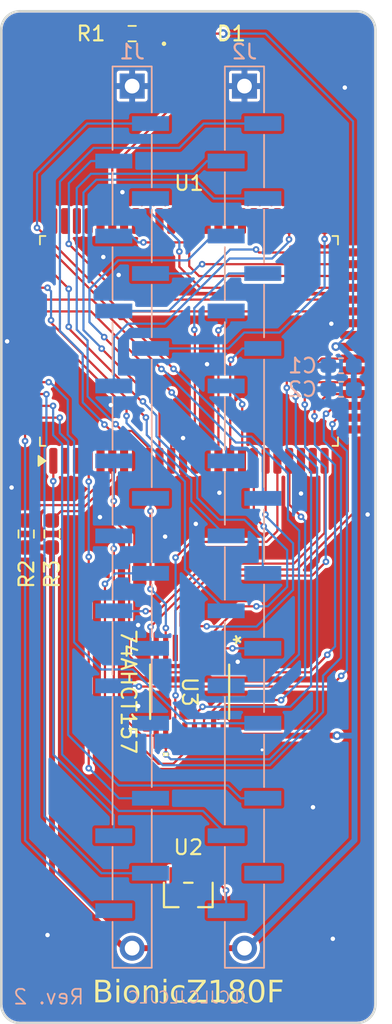
<source format=kicad_pcb>
(kicad_pcb (version 20241229) (generator "pcbnew") (generator_version "9.0")
  (title_block (title "BionicZ180F") (date "2025-12-22") (rev "2") (company "Tadashi G. Takaoka"))
  (layers (0 "F.Cu" mixed) (2 "B.Cu" mixed) (13 "F.Paste" user) (15 "B.Paste" user) (5 "F.SilkS" user "F.Silkscreen") (7 "B.SilkS" user "B.Silkscreen") (1 "F.Mask" user) (3 "B.Mask" user) (25 "Edge.Cuts" user))
  (net 0 "")
  (net 1 "VCC")
  (net 2 "GND")
  (net 3 "Net-(D1-K)")
  (net 4 "A12")
  (net 5 "D6")
  (net 6 "~{WAIT}")
  (net 7 "A13")
  (net 8 "D3")
  (net 9 "P33")
  (net 10 "D0")
  (net 11 "D7")
  (net 12 "~{RESET}")
  (net 13 "D1")
  (net 14 "P31")
  (net 15 "P32")
  (net 16 "~{INT0}")
  (net 17 "D5")
  (net 18 "D2")
  (net 19 "P30")
  (net 20 "A14")
  (net 21 "A15")
  (net 22 "D4")
  (net 23 "~{NMI}")
  (net 24 "Net-(J2-P57)")
  (net 26 "ASEL")
  (net 27 "~{MREQ}")
  (net 28 "PHI")
  (net 29 "~{IORQ}")
  (net 30 "A4")
  (net 31 "EXTAL")
  (net 32 "~{WR}")
  (net 33 "A6")
  (net 34 "~{BUSREQ}")
  (net 35 "A2")
  (net 36 "A5")
  (net 37 "A7")
  (net 38 "~{M1}")
  (net 39 "A1")
  (net 40 "~{RD}")
  (net 41 "A3")
  (net 42 "A0")
  (net 43 "~{BUSACK}")
  (net 44 "Net-(U1-~{INT1})")
  (net 45 "Net-(U1-~{INT2})")
  (net 46 "A10")
  (net 48 "A16")
  (net 49 "A17")
  (net 50 "A11")
  (net 51 "A8")
  (net 52 "A19")
  (net 54 "A18")
  (net 56 "A9")
  (footprint "Resistor_SMD:R_0603_1608Metric_Pad0.98x0.95mm_HandSolder" (layer "F.Cu") (at 104.4544 105.433 90)
    (property "Reference" "R3")
    (property "Value" "10k")
  )
  (footprint "ti:PW16-M" (layer "F.Cu") (at 113.791801 116.1264 -90)
    (property "Reference" "U3")
    (property "Value" "74AHCT157")
  )
  (footprint "rhom:LED_CSL1901UW1_ROM-M" (layer "F.Cu") (at 113.7 71.524)
    (property "Reference" "D1")
    (property "Value" "CSL1901UW1")
  )
  (footprint "bionic:PQFP-80_14x20mm_P0.8mm" (layer "F.Cu") (at 113.744 92.349 90)
    (property "Reference" "U1")
    (property "Value" "Z80180FSC")
  )
  (footprint "Resistor_SMD:R_0603_1608Metric_Pad0.98x0.95mm_HandSolder" (layer "F.Cu") (at 102.7018 105.433 90)
    (property "Reference" "R2")
    (property "Value" "10k")
  )
  (footprint "Resistor_SMD:R_0603_1608Metric_Pad0.98x0.95mm_HandSolder" (layer "F.Cu") (at 109.89 71.524 180)
    (property "Reference" "R1")
    (property "Value" "1.6k")
  )
  (footprint "microchip:SOT-23_MC_MCH-M" (layer "F.Cu") (at 113.7 129.894 180)
    (property "Reference" "U2")
    (property "Value" "11AA010-I/TT")
  )
  (footprint "bionic:Bionic-P245_SMT" (layer "B.Cu") (at 117.5308 104.29 180)
    (property "Reference" "J2")
    (property "Value" "Bionic-P245")
  )
  (footprint "bionic:Bionic-P135_SMT" (layer "B.Cu") (at 109.8692 104.29 180)
    (property "Reference" "J1")
    (property "Value" "Bionic-P135")
  )
  (footprint "Capacitor_SMD:C_0603_1608Metric_Pad1.08x0.95mm_HandSolder" (layer "B.Cu") (at 124.061 94.0284 180)
    (property "Reference" "C1")
    (property "Value" "0.1u")
  )
  (footprint "Capacitor_SMD:C_0603_1608Metric_Pad1.08x0.95mm_HandSolder" (layer "B.Cu") (at 124.0621 95.6286 180)
    (property "Reference" "C2")
    (property "Value" "22u")
  )
  (gr_arc (start 102.27 138.58) (mid 101.371974 138.208026) (end 101 137.31) (stroke (width 0.15)) (layer "Edge.Cuts"))
  (gr_line (start 125.13 70) (end 102.27 70) (stroke (width 0.15)) (layer "Edge.Cuts"))
  (gr_line (start 101 137.31) (end 101 71.27) (stroke (width 0.15)) (layer "Edge.Cuts"))
  (gr_arc (start 101 71.27) (mid 101.371974 70.371974) (end 102.27 70) (stroke (width 0.15)) (layer "Edge.Cuts"))
  (gr_line (start 102.27 138.58) (end 125.13 138.58) (stroke (width 0.15)) (layer "Edge.Cuts"))
  (gr_arc (start 125.13 70) (mid 126.028026 70.371974) (end 126.4 71.27) (stroke (width 0.15)) (layer "Edge.Cuts"))
  (gr_arc (start 126.4 137.31) (mid 126.028026 138.208026) (end 125.13 138.58) (stroke (width 0.15)) (layer "Edge.Cuts"))
  (gr_line (start 126.4 137.31) (end 126.4 71.27) (stroke (width 0.15)) (layer "Edge.Cuts"))
  (gr_text "BionicZ180F" (at 113.7 136.548 0) (layer "F.SilkS") (effects (font (size 1.5 1.5))))
  (gr_text "74AHCT157" (at 109.636 116.1264 270) (layer "F.SilkS") (effects (font (size 1 1))))
  (gr_text "JLCJLCJLCJLC" (at 113.7 137.31 0) (layer "B.SilkS") (effects (font (size 0.8 0.8)) (justify bottom mirror)))
  (gr_text "Rev. 2" (at 106.715 136.802 0) (layer "B.SilkS") (effects (font (size 1 1)) (justify left mirror)))
  (segment (start 114.5763 71.524) (end 116.0622 71.524) (width 0.15) (layer "F.Cu") (net 1))
  (segment (start 112.749999 128.828) (end 112.749999 133.497501) (width 0.4) (layer "F.Cu") (net 1))
  (segment (start 104.4544 106.3455) (end 102.7018 106.3455) (width 0.4) (layer "F.Cu") (net 1))
  (segment (start 124.853 92.733) (end 124.869 92.749) (width 0.4) (layer "F.Cu") (net 1))
  (segment (start 109.89 133.5) (end 109.3566 133.5) (width 0.4) (layer "F.Cu") (net 1))
  (segment (start 109.89 133.5) (end 112.7475 133.5) (width 0.4) (layer "F.Cu") (net 1))
  (segment (start 108.544 80.5408) (end 114.5763 74.5085) (width 0.15) (layer "F.Cu") (net 1))
  (segment (start 112.749999 133.497501) (end 112.7475 133.5) (width 0.4) (layer "F.Cu") (net 1))
  (segment (start 108.544 84.224) (end 108.544 80.5408) (width 0.15) (layer "F.Cu") (net 1))
  (segment (start 123.7076 92.733) (end 124.853 92.733) (width 0.4) (layer "F.Cu") (net 1))
  (segment (start 114.5763 74.5085) (end 114.5763 71.524) (width 0.15) (layer "F.Cu") (net 1))
  (segment (start 104.4544 128.5978) (end 104.4544 106.3455) (width 0.4) (layer "F.Cu") (net 1))
  (segment (start 116.0668 119.0982) (end 123.7838 119.0982) (width 0.4) (layer "F.Cu") (net 1))
  (segment (start 109.3566 133.5) (end 104.4544 128.5978) (width 0.4) (layer "F.Cu") (net 1))
  (segment (start 112.7475 133.5) (end 117.51 133.5) (width 0.4) (layer "F.Cu") (net 1))
  (via (at 116.0622 71.524) (size 0.6) (drill 0.3) (layers "F.Cu" "B.Cu") (net 1))
  (via (at 123.7076 92.733) (size 0.6) (drill 0.3) (layers "F.Cu" "B.Cu") (net 1))
  (via (at 123.7838 119.0982) (size 0.6) (drill 0.3) (layers "F.Cu" "B.Cu") (net 1))
  (segment (start 124.9246 95.6286) (end 124.9246 94.0295) (width 0.4) (layer "B.Cu") (net 1))
  (segment (start 124.876 91.5646) (end 123.7076 92.733) (width 0.15) (layer "B.Cu") (net 1))
  (segment (start 124.876 77.4676) (end 124.876 91.5646) (width 0.15) (layer "B.Cu") (net 1))
  (segment (start 124.9776 119.0982) (end 124.9776 95.6816) (width 0.4) (layer "B.Cu") (net 1))
  (segment (start 124.0378 92.733) (end 123.7076 92.733) (width 0.4) (layer "B.Cu") (net 1))
  (segment (start 118.9324 71.524) (end 124.876 77.4676) (width 0.15) (layer "B.Cu") (net 1))
  (segment (start 124.9235 94.0284) (end 124.9235 93.9489) (width 0.4) (layer "B.Cu") (net 1))
  (segment (start 116.0622 71.524) (end 118.9324 71.524) (width 0.15) (layer "B.Cu") (net 1))
  (segment (start 123.7838 119.0982) (end 124.9776 119.0982) (width 0.4) (layer "B.Cu") (net 1))
  (segment (start 124.9246 94.0295) (end 124.9235 94.0284) (width 0.4) (layer "B.Cu") (net 1))
  (segment (start 124.9776 126.1848) (end 124.9776 119.0982) (width 0.4) (layer "B.Cu") (net 1))
  (segment (start 124.9776 95.6816) (end 124.9246 95.6286) (width 0.4) (layer "B.Cu") (net 1))
  (segment (start 124.9235 93.9489) (end 124.9235 93.6187) (width 0.4) (layer "B.Cu") (net 1))
  (segment (start 117.6624 133.5) (end 124.9776 126.1848) (width 0.4) (layer "B.Cu") (net 1))
  (segment (start 124.9235 93.6187) (end 124.0378 92.733) (width 0.4) (layer "B.Cu") (net 1))
  (segment (start 117.51 133.5) (end 117.6624 133.5) (width 0.4) (layer "B.Cu") (net 1))
  (via (at 115.8082 102.639) (size 0.6) (drill 0.3) (layers "F.Cu" "B.Cu") (net 2))
  (via (at 108.4422 96.6954) (size 0.6) (drill 0.3) (layers "F.Cu" "B.Cu") (net 2))
  (via (at 118.7038 120.0634) (size 0.45) (drill 0.2) (layers "F.Cu" "B.Cu") (net 2))
  (via (at 121.3454 102.6898) (size 0.6) (drill 0.3) (layers "F.Cu" "B.Cu") (net 2))
  (via (at 117.0528 114.0944) (size 0.6) (drill 0.3) (layers "F.Cu" "B.Cu") (net 2))
  (via (at 110.2964 117.0916) (size 0.6) (drill 0.3) (layers "F.Cu" "B.Cu") (net 2))
  (via (at 107.7056 104.29) (size 0.6) (drill 0.3) (layers "F.Cu" "B.Cu") (net 2))
  (via (at 113.3444 98.9306) (size 0.6) (drill 0.3) (layers "F.Cu" "B.Cu") (net 2))
  (via (at 104.1496 132.611) (size 0.6) (drill 0.3) (layers "F.Cu" "B.Cu") (net 2))
  (via (at 110.2964 111.6052) (size 0.6) (drill 0.3) (layers "F.Cu" "B.Cu") (net 2))
  (via (at 124.3172 75.1816) (size 0.6) (drill 0.3) (layers "F.Cu" "B.Cu") (net 2))
  (via (at 123.5044 132.865) (size 0.6) (drill 0.3) (layers "F.Cu" "B.Cu") (net 2))
  (via (at 125.8666 104.1122) (size 0.6) (drill 0.3) (layers "F.Cu" "B.Cu") (net 2))
  (via (at 109.2296 82.2682) (size 0.6) (drill 0.3) (layers "F.Cu" "B.Cu") (net 2))
  (via (at 114.97 93.9268) (size 0.6) (drill 0.3) (layers "F.Cu" "B.Cu") (net 2))
  (via (at 101.4064 92.3774) (size 0.6) (drill 0.3) (layers "F.Cu" "B.Cu") (net 2))
  (via (at 108.9756 87.8816) (size 0.6) (drill 0.3) (layers "F.Cu" "B.Cu") (net 2))
  (via (at 101.7112 102.2834) (size 0.6) (drill 0.3) (layers "F.Cu" "B.Cu") (net 2))
  (via (at 107.9342 86.6624) (size 0.6) (drill 0.3) (layers "F.Cu" "B.Cu") (net 2))
  (via (at 123.4028 91.1836) (size 0.6) (drill 0.3) (layers "F.Cu" "B.Cu") (net 2))
  (via (at 114.208 104.7472) (size 0.6) (drill 0.3) (layers "F.Cu" "B.Cu") (net 2))
  (via (at 122.1582 123.9496) (size 0.6) (drill 0.3) (layers "F.Cu" "B.Cu") (net 2))
  (via (at 112.1252 105.6108) (size 0.6) (drill 0.3) (layers "F.Cu" "B.Cu") (net 2))
  (segment (start 110.8025 71.524) (end 112.8237 71.524) (width 0.15) (layer "F.Cu") (net 3))
  (segment (start 110.8044 110.6646) (end 111.6351 110.6646) (width 0.15) (layer "F.Cu") (net 4))
  (segment (start 120.8628 107.4396) (end 122.944 105.3584) (width 0.15) (layer "F.Cu") (net 4))
  (segment (start 122.944 105.3584) (end 122.944 100.474) (width 0.15) (layer "F.Cu") (net 4))
  (segment (start 114.8601 107.4396) (end 120.8628 107.4396) (width 0.15) (layer "F.Cu") (net 4))
  (segment (start 111.6351 110.6646) (end 114.8601 107.4396) (width 0.15) (layer "F.Cu") (net 4))
  (via (at 110.8044 110.6646) (size 0.45) (drill 0.2) (layers "F.Cu" "B.Cu") (net 4))
  (segment (start 110.2202 110.6654) (end 108.6708 110.6654) (width 0.15) (layer "B.Cu") (net 4))
  (segment (start 110.221 110.6646) (end 110.2202 110.6654) (width 0.15) (layer "B.Cu") (net 4))
  (segment (start 108.6708 110.6654) (end 108.6454 110.64) (width 0.15) (layer "B.Cu") (net 4))
  (segment (start 110.8044 110.6646) (end 110.221 110.6646) (width 0.15) (layer "B.Cu") (net 4))
  (segment (start 122.944 85.4416) (end 122.9456 85.4432) (width 0.15) (layer "F.Cu") (net 5))
  (segment (start 122.944 84.224) (end 122.944 85.4416) (width 0.15) (layer "F.Cu") (net 5))
  (via (at 122.9456 85.4432) (size 0.45) (drill 0.2) (layers "F.Cu" "B.Cu") (net 5))
  (segment (start 117.4973 91.7805) (end 116.4178 92.86) (width 0.15) (layer "B.Cu") (net 5))
  (segment (start 122.9456 85.4432) (end 122.9456 88.7198) (width 0.15) (layer "B.Cu") (net 5))
  (segment (start 116.4178 92.86) (end 111.1346 92.86) (width 0.15) (layer "B.Cu") (net 5))
  (segment (start 122.9456 88.7198) (end 119.8849 91.7805) (width 0.15) (layer "B.Cu") (net 5))
  (segment (start 119.8849 91.7805) (end 117.4973 91.7805) (width 0.15) (layer "B.Cu") (net 5))
  (segment (start 103.9112 95.949) (end 102.619 95.949) (width 0.15) (layer "F.Cu") (net 6))
  (segment (start 103.921 95.9588) (end 103.9112 95.949) (width 0.15) (layer "F.Cu") (net 6))
  (segment (start 104.0734 95.9588) (end 103.921 95.9588) (width 0.15) (layer "F.Cu") (net 6))
  (via (at 104.0734 95.9588) (size 0.45) (drill 0.2) (layers "F.Cu" "B.Cu") (net 6))
  (segment (start 107.8072 128.42) (end 111.1346 128.42) (width 0.15) (layer "B.Cu") (net 6))
  (segment (start 103.9464 101.595457) (end 103.9392 101.602657) (width 0.15) (layer "B.Cu") (net 6))
  (segment (start 103.9392 101.602657) (end 103.9392 124.552) (width 0.15) (layer "B.Cu") (net 6))
  (segment (start 103.9392 124.552) (end 107.8072 128.42) (width 0.15) (layer "B.Cu") (net 6))
  (segment (start 104.0734 99.4894) (end 103.9464 99.6164) (width 0.15) (layer "B.Cu") (net 6))
  (segment (start 103.9464 99.6164) (end 103.9464 101.595457) (width 0.15) (layer "B.Cu") (net 6))
  (segment (start 104.0734 95.9588) (end 104.0734 99.4894) (width 0.15) (layer "B.Cu") (net 6))
  (segment (start 111.1346 111.7322) (end 115.0262 107.8406) (width 0.15) (layer "F.Cu") (net 7))
  (segment (start 121.0714 107.8406) (end 124.869 104.043) (width 0.15) (layer "F.Cu") (net 7))
  (segment (start 115.0262 107.8406) (end 121.0714 107.8406) (width 0.15) (layer "F.Cu") (net 7))
  (segment (start 124.869 104.043) (end 124.869 98.349) (width 0.15) (layer "F.Cu") (net 7))
  (via (at 111.1346 111.7322) (size 0.45) (drill 0.2) (layers "F.Cu" "B.Cu") (net 7))
  (segment (start 111.1346 111.7322) (end 111.1346 113.18) (width 0.15) (layer "B.Cu") (net 7))
  (segment (start 113.7635 85.9893) (end 113.7635 87.2847) (width 0.15) (layer "F.Cu") (net 8))
  (segment (start 115.8248 87.9578) (end 115.8336 87.949) (width 0.15) (layer "F.Cu") (net 8))
  (segment (start 113.446 85.6718) (end 113.7635 85.9893) (width 0.15) (layer "F.Cu") (net 8))
  (segment (start 110.655298 85.6718) (end 113.446 85.6718) (width 0.15) (layer "F.Cu") (net 8))
  (segment (start 115.8336 87.949) (end 124.869 87.949) (width 0.15) (layer "F.Cu") (net 8))
  (segment (start 113.7635 87.2847) (end 114.4366 87.9578) (width 0.15) (layer "F.Cu") (net 8))
  (segment (start 114.4366 87.9578) (end 115.8248 87.9578) (width 0.15) (layer "F.Cu") (net 8))
  (via (at 110.655298 85.6718) (size 0.45) (drill 0.2) (layers "F.Cu" "B.Cu") (net 8))
  (segment (start 110.655298 85.6718) (end 110.2964 85.6718) (width 0.15) (layer "B.Cu") (net 8))
  (segment (start 110.2964 85.6718) (end 109.8646 85.24) (width 0.15) (layer "B.Cu") (net 8))
  (segment (start 109.8646 85.24) (end 108.6454 85.24) (width 0.15) (layer "B.Cu") (net 8))
  (segment (start 111.668 121.0032) (end 108.0454 117.3806) (width 0.15) (layer "F.Cu") (net 9))
  (segment (start 113.4668 119.0982) (end 113.4668 120.2204) (width 0.15) (layer "F.Cu") (net 9))
  (segment (start 108.0454 117.3806) (end 108.0454 108.8112) (width 0.15) (layer "F.Cu") (net 9))
  (segment (start 113.4668 120.2204) (end 112.684 121.0032) (width 0.15) (layer "F.Cu") (net 9))
  (segment (start 112.684 121.0032) (end 111.668 121.0032) (width 0.15) (layer "F.Cu") (net 9))
  (via (at 108.0454 108.8112) (size 0.45) (drill 0.2) (layers "F.Cu" "B.Cu") (net 9))
  (segment (start 108.7566 108.1) (end 111.1346 108.1) (width 0.15) (layer "B.Cu") (net 9))
  (segment (start 108.0454 108.8112) (end 108.7566 108.1) (width 0.15) (layer "B.Cu") (net 9))
  (segment (start 109.1316 90.349) (end 124.869 90.349) (width 0.15) (layer "F.Cu") (net 10))
  (segment (start 103.4638 84.6812) (end 109.1316 90.349) (width 0.15) (layer "F.Cu") (net 10))
  (segment (start 103.4384 84.6812) (end 103.4638 84.6812) (width 0.15) (layer "F.Cu") (net 10))
  (via (at 103.4384 84.6812) (size 0.45) (drill 0.2) (layers "F.Cu" "B.Cu") (net 10))
  (segment (start 103.4384 84.6812) (end 103.4384 81.0236) (width 0.15) (layer "B.Cu") (net 10))
  (segment (start 103.4384 81.0236) (end 106.842 77.62) (width 0.15) (layer "B.Cu") (net 10))
  (segment (start 106.842 77.62) (end 111.1346 77.62) (width 0.15) (layer "B.Cu") (net 10))
  (segment (start 120.544 84.224) (end 120.544 85.4572) (width 0.15) (layer "F.Cu") (net 11))
  (segment (start 120.544 85.4572) (end 120.5326 85.4686) (width 0.15) (layer "F.Cu") (net 11))
  (via (at 120.5326 85.4686) (size 0.45) (drill 0.2) (layers "F.Cu" "B.Cu") (net 11))
  (segment (start 119.3896 86.764) (end 116.5023 86.764) (width 0.15) (layer "B.Cu") (net 11))
  (segment (start 112.0827 91.1836) (end 109.5979 91.1836) (width 0.15) (layer "B.Cu") (net 11))
  (segment (start 120.5326 85.621) (end 119.3896 86.764) (width 0.15) (layer "B.Cu") (net 11))
  (segment (start 120.5326 85.4686) (end 120.5326 85.621) (width 0.15) (layer "B.Cu") (net 11))
  (segment (start 109.5979 91.1836) (end 108.6454 92.1361) (width 0.15) (layer "B.Cu") (net 11))
  (segment (start 108.6454 92.1361) (end 108.6454 95.4) (width 0.15) (layer "B.Cu") (net 11))
  (segment (start 116.5023 86.764) (end 112.0827 91.1836) (width 0.15) (layer "B.Cu") (net 11))
  (segment (start 102.6256 98.3556) (end 102.619 98.349) (width 0.15) (layer "F.Cu") (net 12))
  (segment (start 102.6256 99.1338) (end 102.6256 98.3556) (width 0.15) (layer "F.Cu") (net 12))
  (via (at 102.6256 99.1338) (size 0.45) (drill 0.2) (layers "F.Cu" "B.Cu") (net 12))
  (segment (start 108.5946 131.0108) (end 108.6454 130.96) (width 0.15) (layer "B.Cu") (net 12))
  (segment (start 102.6256 126.2102) (end 107.4262 131.0108) (width 0.15) (layer "B.Cu") (net 12))
  (segment (start 102.6256 99.1338) (end 102.6256 126.2102) (width 0.15) (layer "B.Cu") (net 12))
  (segment (start 107.4262 131.0108) (end 108.5946 131.0108) (width 0.15) (layer "B.Cu") (net 12))
  (segment (start 109.3626 89.549) (end 124.869 89.549) (width 0.15) (layer "F.Cu") (net 13))
  (segment (start 105.587 85.7734) (end 109.3626 89.549) (width 0.15) (layer "F.Cu") (net 13))
  (via (at 105.587 85.7734) (size 0.45) (drill 0.2) (layers "F.Cu" "B.Cu") (net 13))
  (segment (start 105.5974 85.763) (end 105.5974 81.6586) (width 0.15) (layer "B.Cu") (net 13))
  (segment (start 107.096 80.16) (end 108.6454 80.16) (width 0.15) (layer "B.Cu") (net 13))
  (segment (start 105.5974 81.6586) (end 107.096 80.16) (width 0.15) (layer "B.Cu") (net 13))
  (segment (start 105.587 85.7734) (end 105.5974 85.763) (width 0.15) (layer "B.Cu") (net 13))
  (segment (start 111.1346 109.1668) (end 111.1346 103.8582) (width 0.15) (layer "F.Cu") (net 14))
  (segment (start 111.1346 103.8582) (end 111.1346 103.8836) (width 0.15) (layer "F.Cu") (net 14))
  (segment (start 112.166803 113.1546) (end 112.166803 111.817597) (width 0.15) (layer "F.Cu") (net 14))
  (segment (start 112.166803 111.817597) (end 112.176 111.8084) (width 0.15) (layer "F.Cu") (net 14))
  (via (at 111.1346 109.1668) (size 0.45) (drill 0.2) (layers "F.Cu" "B.Cu") (net 14))
  (via (at 112.176 111.8084) (size 0.45) (drill 0.2) (layers "F.Cu" "B.Cu") (net 14))
  (via (at 111.1346 103.8836) (size 0.45) (drill 0.2) (layers "F.Cu" "B.Cu") (net 14))
  (segment (start 111.1346 109.1668) (end 111.16 109.1668) (width 0.15) (layer "B.Cu") (net 14))
  (segment (start 111.1346 103.8836) (end 111.1346 103.02) (width 0.15) (layer "B.Cu") (net 14))
  (segment (start 111.16 109.1668) (end 112.176 110.1828) (width 0.15) (layer "B.Cu") (net 14))
  (segment (start 112.176 110.1828) (end 112.176 111.8084) (width 0.15) (layer "B.Cu") (net 14))
  (segment (start 111.516802 119.0982) (end 110.5504 119.0982) (width 0.15) (layer "F.Cu") (net 15))
  (segment (start 110.5504 119.0982) (end 108.6454 117.1932) (width 0.15) (layer "F.Cu") (net 15))
  (segment (start 108.6454 117.1932) (end 108.6454 106.4236) (width 0.15) (layer "F.Cu") (net 15))
  (via (at 108.6454 106.4236) (size 0.45) (drill 0.2) (layers "F.Cu" "B.Cu") (net 15))
  (segment (start 108.6454 106.4236) (end 108.6454 105.56) (width 0.15) (layer "B.Cu") (net 15))
  (segment (start 106.944 106.9824) (end 106.944 121.308) (width 0.15) (layer "F.Cu") (net 16))
  (segment (start 106.944 101.877) (end 106.944 100.474) (width 0.15) (layer "F.Cu") (net 16))
  (via (at 106.944 121.308) (size 0.45) (drill 0.2) (layers "F.Cu" "B.Cu") (net 16))
  (via (at 106.944 106.9824) (size 0.45) (drill 0.2) (layers "F.Cu" "B.Cu") (net 16))
  (via (at 106.944 101.877) (size 0.45) (drill 0.2) (layers "F.Cu" "B.Cu") (net 16))
  (segment (start 109.001 123.34) (end 111.1346 123.34) (width 0.15) (layer "B.Cu") (net 16))
  (segment (start 106.944 101.877) (end 106.944 106.9824) (width 0.15) (layer "B.Cu") (net 16))
  (segment (start 106.944 121.308) (end 106.969 121.308) (width 0.15) (layer "B.Cu") (net 16))
  (segment (start 106.969 121.308) (end 109.001 123.34) (width 0.15) (layer "B.Cu") (net 16))
  (segment (start 123.6146 86.349) (end 124.869 86.349) (width 0.15) (layer "F.Cu") (net 17))
  (segment (start 118.2974 86.1544) (end 118.5006 86.3576) (width 0.15) (layer "F.Cu") (net 17))
  (segment (start 118.5006 86.3576) (end 123.606 86.3576) (width 0.15) (layer "F.Cu") (net 17))
  (segment (start 123.606 86.3576) (end 123.6146 86.349) (width 0.15) (layer "F.Cu") (net 17))
  (via (at 118.2974 86.1544) (size 0.45) (drill 0.2) (layers "F.Cu" "B.Cu") (net 17))
  (segment (start 118.2974 86.1544) (end 116.5448 86.1544) (width 0.15) (layer "B.Cu") (net 17))
  (segment (start 116.5448 86.1544) (end 112.3792 90.32) (width 0.15) (layer "B.Cu") (net 17))
  (segment (start 112.3792 90.32) (end 108.6454 90.32) (width 0.15) (layer "B.Cu") (net 17))
  (segment (start 113.093135 87.325535) (end 114.5166 88.749) (width 0.15) (layer "F.Cu") (net 18))
  (segment (start 113.093135 86.291) (end 113.093135 87.325535) (width 0.15) (layer "F.Cu") (net 18))
  (segment (start 114.5166 88.749) (end 124.869 88.749) (width 0.15) (layer "F.Cu") (net 18))
  (via (at 113.093135 86.291) (size 0.45) (drill 0.2) (layers "F.Cu" "B.Cu") (net 18))
  (segment (start 111.1346 83.6398) (end 111.1346 82.7) (width 0.15) (layer "B.Cu") (net 18))
  (segment (start 113.093135 85.598335) (end 111.1346 83.6398) (width 0.15) (layer "B.Cu") (net 18))
  (segment (start 113.093135 86.291) (end 113.093135 85.598335) (width 0.15) (layer "B.Cu") (net 18))
  (segment (start 108.6454 104.4932) (end 109.6868 105.5346) (width 0.15) (layer "F.Cu") (net 19))
  (segment (start 110.8044 114.8056) (end 113.573 114.8056) (width 0.15) (layer "F.Cu") (net 19))
  (segment (start 109.6868 113.688) (end 110.8044 114.8056) (width 0.15) (layer "F.Cu") (net 19))
  (segment (start 109.6868 105.5346) (end 109.6868 113.688) (width 0.15) (layer "F.Cu") (net 19))
  (segment (start 114.116802 114.261798) (end 114.116802 113.1546) (width 0.15) (layer "F.Cu") (net 19))
  (segment (start 113.573 114.8056) (end 114.116802 114.261798) (width 0.15) (layer "F.Cu") (net 19))
  (segment (start 108.6454 103.1978) (end 108.6454 104.4932) (width 0.15) (layer "F.Cu") (net 19))
  (via (at 108.6454 103.1978) (size 0.45) (drill 0.2) (layers "F.Cu" "B.Cu") (net 19))
  (segment (start 108.6454 103.1978) (end 108.6454 100.48) (width 0.15) (layer "B.Cu") (net 19))
  (segment (start 124.0759 115.0469) (end 123.352 115.7708) (width 0.15) (layer "F.Cu") (net 20))
  (segment (start 123.479 97.9908) (end 123.479 97.9146) (width 0.15) (layer "F.Cu") (net 20))
  (segment (start 123.479 97.9146) (end 123.8446 97.549) (width 0.15) (layer "F.Cu") (net 20))
  (segment (start 123.352 115.7708) (end 110.3472 115.7708) (width 0.15) (layer "F.Cu") (net 20))
  (segment (start 123.8446 97.549) (end 124.869 97.549) (width 0.15) (layer "F.Cu") (net 20))
  (via (at 123.479 97.9908) (size 0.45) (drill 0.2) (layers "F.Cu" "B.Cu") (net 20))
  (via (at 124.0759 115.0469) (size 0.45) (drill 0.2) (layers "F.Cu" "B.Cu") (net 20))
  (via (at 110.3472 115.7708) (size 0.45) (drill 0.2) (layers "F.Cu" "B.Cu") (net 20))
  (segment (start 124.4588 114.664) (end 124.0759 115.0469) (width 0.15) (layer "B.Cu") (net 20))
  (segment (start 123.4536 98.8036) (end 124.4588 99.8088) (width 0.15) (layer "B.Cu") (net 20))
  (segment (start 110.3472 115.7708) (end 110.2964 115.72) (width 0.15) (layer "B.Cu") (net 20))
  (segment (start 123.4536 98.0162) (end 123.4536 98.8036) (width 0.15) (layer "B.Cu") (net 20))
  (segment (start 123.479 97.9908) (end 123.4536 98.0162) (width 0.15) (layer "B.Cu") (net 20))
  (segment (start 110.2964 115.72) (end 108.6454 115.72) (width 0.15) (layer "B.Cu") (net 20))
  (segment (start 124.4588 99.8088) (end 124.4588 114.664) (width 0.15) (layer "B.Cu") (net 20))
  (segment (start 123.0472 97.2796) (end 123.098 97.2796) (width 0.15) (layer "F.Cu") (net 21))
  (segment (start 123.6286 96.749) (end 124.869 96.749) (width 0.15) (layer "F.Cu") (net 21))
  (segment (start 123.098 97.2796) (end 123.6286 96.749) (width 0.15) (layer "F.Cu") (net 21))
  (via (at 123.0472 97.2796) (size 0.45) (drill 0.2) (layers "F.Cu" "B.Cu") (net 21))
  (segment (start 111.1346 120.2666) (end 111.1346 118.26) (width 0.15) (layer "B.Cu") (net 21))
  (segment (start 123.0472 97.2796) (end 122.8948 97.432) (width 0.15) (layer "B.Cu") (net 21))
  (segment (start 124.0578 113.8204) (end 122.8386 115.0396) (width 0.15) (layer "B.Cu") (net 21))
  (segment (start 111.9728 121.1048) (end 111.1346 120.2666) (width 0.15) (layer "B.Cu") (net 21))
  (segment (start 122.8386 115.0396) (end 122.8386 117.5034) (width 0.15) (layer "B.Cu") (net 21))
  (segment (start 119.2372 121.1048) (end 111.9728 121.1048) (width 0.15) (layer "B.Cu") (net 21))
  (segment (start 122.8948 97.432) (end 122.8948 99.1252) (width 0.15) (layer "B.Cu") (net 21))
  (segment (start 122.8948 99.1252) (end 124.0578 100.2882) (width 0.15) (layer "B.Cu") (net 21))
  (segment (start 122.8386 117.5034) (end 119.2372 121.1048) (width 0.15) (layer "B.Cu") (net 21))
  (segment (start 124.0578 100.2882) (end 124.0578 113.8204) (width 0.15) (layer "B.Cu") (net 21))
  (segment (start 114.638415 87.149) (end 124.869 87.149) (width 0.15) (layer "F.Cu") (net 22))
  (via (at 114.638415 87.149) (size 0.45) (drill 0.2) (layers "F.Cu" "B.Cu") (net 22))
  (segment (start 114.496785 87.149) (end 114.492785 87.145) (width 0.15) (layer "B.Cu") (net 22))
  (segment (start 114.492785 87.145) (end 114.492785 87.190415) (width 0.15) (layer "B.Cu") (net 22))
  (segment (start 114.638415 87.149) (end 114.496785 87.149) (width 0.15) (layer "B.Cu") (net 22))
  (segment (start 114.492785 87.190415) (end 113.9032 87.78) (width 0.15) (layer "B.Cu") (net 22))
  (segment (start 113.9032 87.78) (end 111.1346 87.78) (width 0.15) (layer "B.Cu") (net 22))
  (segment (start 104.544 101.8478) (end 104.544 100.474) (width 0.15) (layer "F.Cu") (net 23))
  (segment (start 104.5402 101.8516) (end 104.544 101.8478) (width 0.15) (layer "F.Cu") (net 23))
  (via (at 104.5402 101.8516) (size 0.45) (drill 0.2) (layers "F.Cu" "B.Cu") (net 23))
  (segment (start 108.6454 124.483) (end 104.5402 120.3778) (width 0.15) (layer "B.Cu") (net 23))
  (segment (start 104.5402 120.3778) (end 104.5402 101.8516) (width 0.15) (layer "B.Cu") (net 23))
  (segment (start 108.6454 125.88) (end 108.6454 124.483) (width 0.15) (layer "B.Cu") (net 23))
  (segment (start 114.650001 128.828) (end 115.505 128.828) (width 0.15) (layer "F.Cu") (net 24))
  (segment (start 115.505 128.828) (end 116.2654 129.5884) (width 0.15) (layer "F.Cu") (net 24))
  (via (at 116.2654 129.5884) (size 0.45) (drill 0.2) (layers "F.Cu" "B.Cu") (net 24))
  (segment (start 116.2654 129.5884) (end 116.2654 130.96) (width 0.15) (layer "B.Cu") (net 24))
  (segment (start 116.0922 113.18) (end 116.0668 113.1546) (width 0.15) (layer "F.Cu") (net 26))
  (segment (start 116.6972 113.18) (end 116.0922 113.18) (width 0.15) (layer "F.Cu") (net 26))
  (via (at 116.6972 113.18) (size 0.45) (drill 0.2) (layers "F.Cu" "B.Cu") (net 26))
  (segment (start 118.7546 113.18) (end 116.6972 113.18) (width 0.15) (layer "B.Cu") (net 26))
  (segment (start 105.587 88.8214) (end 105.587 88.811) (width 0.15) (layer "F.Cu") (net 27))
  (segment (start 105.699 91.6154) (end 105.699 91.4988) (width 0.15) (layer "F.Cu") (net 27))
  (segment (start 105.699 91.4988) (end 105.587 91.3868) (width 0.15) (layer "F.Cu") (net 27))
  (segment (start 110.621435 96.446565) (end 110.530165 96.446565) (width 0.15) (layer "F.Cu") (net 27))
  (segment (start 103.925 87.149) (end 102.619 87.149) (width 0.15) (layer "F.Cu") (net 27))
  (segment (start 110.530165 96.446565) (end 105.699 91.6154) (width 0.15) (layer "F.Cu") (net 27))
  (segment (start 105.587 88.811) (end 103.925 87.149) (width 0.15) (layer "F.Cu") (net 27))
  (via (at 105.587 88.8214) (size 0.45) (drill 0.2) (layers "F.Cu" "B.Cu") (net 27))
  (via (at 105.587 91.3868) (size 0.45) (drill 0.2) (layers "F.Cu" "B.Cu") (net 27))
  (via (at 110.621435 96.446565) (size 0.45) (drill 0.2) (layers "F.Cu" "B.Cu") (net 27))
  (segment (start 111.425635 97.289822) (end 111.425635 97.291235) (width 0.15) (layer "B.Cu") (net 27))
  (segment (start 115.7828 104.4678) (end 117.51 104.4678) (width 0.15) (layer "B.Cu") (net 27))
  (segment (start 117.8012 104.759) (end 117.8214 104.759) (width 0.15) (layer "B.Cu") (net 27))
  (segment (start 110.6012 96.4668) (end 111.072165 96.937765) (width 0.15) (layer "B.Cu") (net 27))
  (segment (start 117.51 104.4678) (end 117.8012 104.759) (width 0.15) (layer "B.Cu") (net 27))
  (segment (start 117.8214 104.7792) (end 118.7546 105.7124) (width 0.15) (layer "B.Cu") (net 27))
  (segment (start 111.425635 97.291235) (end 111.541 97.4066) (width 0.15) (layer "B.Cu") (net 27))
  (segment (start 105.587 88.8214) (end 105.587 91.3868) (width 0.15) (layer "B.Cu") (net 27))
  (segment (start 111.072165 96.937765) (end 111.073578 96.937765) (width 0.15) (layer "B.Cu") (net 27))
  (segment (start 114.3042 102.9892) (end 115.7828 104.4678) (width 0.15) (layer "B.Cu") (net 27))
  (segment (start 111.541 97.4066) (end 111.541 98.8124) (width 0.15) (layer "B.Cu") (net 27))
  (segment (start 111.541 98.8124) (end 114.3042 101.5756) (width 0.15) (layer "B.Cu") (net 27))
  (segment (start 111.073578 96.937765) (end 111.425635 97.289822) (width 0.15) (layer "B.Cu") (net 27))
  (segment (start 118.7546 105.7124) (end 118.7546 108.1) (width 0.15) (layer "B.Cu") (net 27))
  (segment (start 114.3042 101.5756) (end 114.3042 102.9892) (width 0.15) (layer "B.Cu") (net 27))
  (segment (start 110.621435 96.446565) (end 110.6012 96.4668) (width 0.15) (layer "B.Cu") (net 27))
  (segment (start 117.8214 104.759) (end 117.8214 104.7792) (width 0.15) (layer "B.Cu") (net 27))
  (segment (start 103.737857 91.149) (end 109.509 96.920143) (width 0.15) (layer "F.Cu") (net 28))
  (segment (start 109.509 96.920143) (end 109.509 97.432) (width 0.15) (layer "F.Cu") (net 28))
  (segment (start 102.619 91.149) (end 103.737857 91.149) (width 0.15) (layer "F.Cu") (net 28))
  (via (at 109.509 97.432) (size 0.45) (drill 0.2) (layers "F.Cu" "B.Cu") (net 28))
  (segment (start 113.4714 107.846) (end 116.2654 110.64) (width 0.15) (layer "B.Cu") (net 28))
  (segment (start 109.509 97.9146) (end 113.4714 101.877) (width 0.15) (layer "B.Cu") (net 28))
  (segment (start 109.509 97.432) (end 109.509 97.9146) (width 0.15) (layer "B.Cu") (net 28))
  (segment (start 113.4714 101.877) (end 113.4714 107.846) (width 0.15) (layer "B.Cu") (net 28))
  (segment (start 112.6967 94.2443) (end 109.32265 90.87025) (width 0.15) (layer "F.Cu") (net 29))
  (segment (start 109.32265 90.87025) (end 109.06035 90.87025) (width 0.15) (layer "F.Cu") (net 29))
  (segment (start 109.06035 90.87025) (end 104.5391 86.349) (width 0.15) (layer "F.Cu") (net 29))
  (segment (start 104.5391 86.349) (end 102.619 86.349) (width 0.15) (layer "F.Cu") (net 29))
  (via (at 112.6967 94.2443) (size 0.45) (drill 0.2) (layers "F.Cu" "B.Cu") (net 29))
  (segment (start 117.9726 98.8344) (end 120.4564 101.3182) (width 0.15) (layer "B.Cu") (net 29))
  (segment (start 121.2076 105.8965) (end 121.2076 113.5972) (width 0.15) (layer "B.Cu") (net 29))
  (segment (start 119.0848 115.72) (end 116.2654 115.72) (width 0.15) (layer "B.Cu") (net 29))
  (segment (start 120.4564 104.4424) (end 121.2238 105.2098) (width 0.15) (layer "B.Cu") (net 29))
  (segment (start 121.2238 105.8803) (end 121.2076 105.8965) (width 0.15) (layer "B.Cu") (net 29))
  (segment (start 121.2076 113.5972) (end 119.0848 115.72) (width 0.15) (layer "B.Cu") (net 29))
  (segment (start 112.7221 94.2443) (end 117.3122 98.8344) (width 0.15) (layer "B.Cu") (net 29))
  (segment (start 117.3122 98.8344) (end 117.9726 98.8344) (width 0.15) (layer "B.Cu") (net 29))
  (segment (start 121.2238 105.2098) (end 121.2238 105.8803) (width 0.15) (layer "B.Cu") (net 29))
  (segment (start 120.4564 101.3182) (end 120.4564 104.4424) (width 0.15) (layer "B.Cu") (net 29))
  (segment (start 112.6967 94.2443) (end 112.7221 94.2443) (width 0.15) (layer "B.Cu") (net 29))
  (segment (start 114.1064 91.59) (end 114.144 91.6276) (width 0.15) (layer "F.Cu") (net 30))
  (segment (start 114.144 91.6276) (end 114.144 100.474) (width 0.15) (layer "F.Cu") (net 30))
  (via (at 114.1064 91.59) (size 0.45) (drill 0.2) (layers "F.Cu" "B.Cu") (net 30))
  (segment (start 116.4484 87.78) (end 118.7546 87.78) (width 0.15) (layer "B.Cu") (net 30))
  (segment (start 114.1064 91.59) (end 114.1064 90.122) (width 0.15) (layer "B.Cu") (net 30))
  (segment (start 114.1064 90.122) (end 116.4484 87.78) (width 0.15) (layer "B.Cu") (net 30))
  (segment (start 102.622 95.146) (end 102.619 95.149) (width 0.15) (layer "F.Cu") (net 31))
  (segment (start 104.2258 95.146) (end 102.622 95.146) (width 0.15) (layer "F.Cu") (net 31))
  (via (at 104.2258 95.146) (size 0.45) (drill 0.2) (layers "F.Cu" "B.Cu") (net 31))
  (segment (start 113.573 118.26) (end 118.7546 118.26) (width 0.15) (layer "B.Cu") (net 31))
  (segment (start 105.953 99.139922) (end 105.953 112.7736) (width 0.15) (layer "B.Cu") (net 31))
  (segment (start 104.2258 95.146) (end 104.3274 95.146) (width 0.15) (layer "B.Cu") (net 31))
  (segment (start 105.953 112.7736) (end 107.7945 114.6151) (width 0.15) (layer "B.Cu") (net 31))
  (segment (start 105.5212 98.708122) (end 105.953 99.139922) (width 0.15) (layer "B.Cu") (net 31))
  (segment (start 109.9281 114.6151) (end 113.573 118.26) (width 0.15) (layer "B.Cu") (net 31))
  (segment (start 107.7945 114.6151) (end 109.9281 114.6151) (width 0.15) (layer "B.Cu") (net 31))
  (segment (start 104.3274 95.146) (end 105.5212 96.3398) (width 0.15) (layer "B.Cu") (net 31))
  (segment (start 105.5212 96.3398) (end 105.5212 98.708122) (width 0.15) (layer "B.Cu") (net 31))
  (segment (start 111.8756 94.2526) (end 107.172 89.549) (width 0.15) (layer "F.Cu") (net 32))
  (segment (start 107.172 89.549) (end 102.619 89.549) (width 0.15) (layer "F.Cu") (net 32))
  (via (at 111.8756 94.2526) (size 0.45) (drill 0.2) (layers "F.Cu" "B.Cu") (net 32))
  (segment (start 118.7546 100.1835) (end 118.7546 103.02) (width 0.15) (layer "B.Cu") (net 32))
  (segment (start 111.8756 94.2526) (end 111.937835 94.2526) (width 0.15) (layer "B.Cu") (net 32))
  (segment (start 116.920635 99.2354) (end 117.8065 99.2354) (width 0.15) (layer "B.Cu") (net 32))
  (segment (start 111.937835 94.2526) (end 116.920635 99.2354) (width 0.15) (layer "B.Cu") (net 32))
  (segment (start 117.8065 99.2354) (end 118.7546 100.1835) (width 0.15) (layer "B.Cu") (net 32))
  (segment (start 116.544 93.6736) (end 116.544 100.474) (width 0.15) (layer "F.Cu") (net 33))
  (segment (start 116.5956 93.622) (end 116.544 93.6736) (width 0.15) (layer "F.Cu") (net 33))
  (via (at 116.5956 93.622) (size 0.45) (drill 0.2) (layers "F.Cu" "B.Cu") (net 33))
  (segment (start 118.7546 92.86) (end 117.3576 92.86) (width 0.15) (layer "B.Cu") (net 33))
  (segment (start 117.3576 92.86) (end 116.5956 93.622) (width 0.15) (layer "B.Cu") (net 33))
  (segment (start 104.9806 97.549) (end 102.619 97.549) (width 0.15) (layer "F.Cu") (net 34))
  (via (at 104.9806 97.549) (size 0.45) (drill 0.2) (layers "F.Cu" "B.Cu") (net 34))
  (segment (start 108.9756 122.4764) (end 116.3924 122.4764) (width 0.15) (layer "B.Cu") (net 34))
  (segment (start 117.256 123.34) (end 118.7546 123.34) (width 0.15) (layer "B.Cu") (net 34))
  (segment (start 116.3924 122.4764) (end 117.256 123.34) (width 0.15) (layer "B.Cu") (net 34))
  (segment (start 105.5466 99.1592) (end 105.5466 119.0474) (width 0.15) (layer "B.Cu") (net 34))
  (segment (start 104.9806 98.5932) (end 105.5466 99.1592) (width 0.15) (layer "B.Cu") (net 34))
  (segment (start 105.5466 119.0474) (end 108.9756 122.4764) (width 0.15) (layer "B.Cu") (net 34))
  (segment (start 104.9806 97.549) (end 104.9806 98.5932) (width 0.15) (layer "B.Cu") (net 34))
  (segment (start 111.222435 96.272408) (end 111.744 96.793973) (width 0.15) (layer "F.Cu") (net 35))
  (segment (start 110.795592 95.845565) (end 110.870378 95.845565) (width 0.15) (layer "F.Cu") (net 35))
  (segment (start 107.822137 92.87211) (end 110.795592 95.845565) (width 0.15) (layer "F.Cu") (net 35))
  (segment (start 111.744 96.793973) (end 111.744 100.474) (width 0.15) (layer "F.Cu") (net 35))
  (segment (start 111.222435 96.197622) (end 111.222435 96.272408) (width 0.15) (layer "F.Cu") (net 35))
  (segment (start 110.870378 95.845565) (end 111.222435 96.197622) (width 0.15) (layer "F.Cu") (net 35))
  (via (at 107.822137 92.87211) (size 0.45) (drill 0.2) (layers "F.Cu" "B.Cu") (net 35))
  (segment (start 106.588 91.616416) (end 106.588 82.2936) (width 0.15) (layer "B.Cu") (net 35))
  (segment (start 107.822137 92.850553) (end 106.588 91.616416) (width 0.15) (layer "B.Cu") (net 35))
  (segment (start 115.4272 82.7) (end 118.7546 82.7) (width 0.15) (layer "B.Cu") (net 35))
  (segment (start 114.1518 81.4246) (end 115.4272 82.7) (width 0.15) (layer "B.Cu") (net 35))
  (segment (start 106.588 82.2936) (end 107.457 81.4246) (width 0.15) (layer "B.Cu") (net 35))
  (segment (start 107.457 81.4246) (end 114.1518 81.4246) (width 0.15) (layer "B.Cu") (net 35))
  (segment (start 107.822137 92.87211) (end 107.822137 92.850553) (width 0.15) (layer "B.Cu") (net 35))
  (segment (start 115.744 91.6288) (end 115.744 100.474) (width 0.15) (layer "F.Cu") (net 36))
  (via (at 115.744 91.6288) (size 0.45) (drill 0.2) (layers "F.Cu" "B.Cu") (net 36))
  (segment (start 116.2654 91.1074) (end 116.2654 90.32) (width 0.15) (layer "B.Cu") (net 36))
  (segment (start 115.744 91.6288) (end 116.2654 91.1074) (width 0.15) (layer "B.Cu") (net 36))
  (segment (start 117.3576 96.6446) (end 117.3576 100.4604) (width 0.15) (layer "F.Cu") (net 37))
  (segment (start 117.3576 100.4604) (end 117.344 100.474) (width 0.15) (layer "F.Cu") (net 37))
  (via (at 117.3576 96.6446) (size 0.45) (drill 0.2) (layers "F.Cu" "B.Cu") (net 37))
  (segment (start 117.3576 96.4922) (end 116.2654 95.4) (width 0.15) (layer "B.Cu") (net 37))
  (segment (start 117.3576 96.6446) (end 117.3576 96.4922) (width 0.15) (layer "B.Cu") (net 37))
  (segment (start 110.824635 97.538765) (end 110.809565 97.538765) (width 0.15) (layer "F.Cu") (net 38))
  (segment (start 110.809565 97.538765) (end 104.3878 91.117) (width 0.15) (layer "F.Cu") (net 38))
  (segment (start 104.1496 88.7452) (end 102.6228 88.7452) (width 0.15) (layer "F.Cu") (net 38))
  (segment (start 104.3878 91.117) (end 104.3878 90.949) (width 0.15) (layer "F.Cu") (net 38))
  (segment (start 102.6228 88.7452) (end 102.619 88.749) (width 0.15) (layer "F.Cu") (net 38))
  (via (at 104.3878 90.949) (size 0.45) (drill 0.2) (layers "F.Cu" "B.Cu") (net 38))
  (via (at 110.824635 97.538765) (size 0.45) (drill 0.2) (layers "F.Cu" "B.Cu") (net 38))
  (via (at 104.1496 88.7452) (size 0.45) (drill 0.2) (layers "F.Cu" "B.Cu") (net 38))
  (segment (start 110.8806 97.6352) (end 110.8806 98.7191) (width 0.15) (layer "B.Cu") (net 38))
  (segment (start 110.824635 97.538765) (end 110.824635 97.579235) (width 0.15) (layer "B.Cu") (net 38))
  (segment (start 116.24 105.56) (end 116.2654 105.56) (width 0.15) (layer "B.Cu") (net 38))
  (segment (start 104.1496 88.7452) (end 104.3878 88.9834) (width 0.15) (layer "B.Cu") (net 38))
  (segment (start 110.8806 98.7191) (end 113.9032 101.7417) (width 0.15) (layer "B.Cu") (net 38))
  (segment (start 104.3878 88.9834) (end 104.3878 90.949) (width 0.15) (layer "B.Cu") (net 38))
  (segment (start 113.9032 103.2232) (end 116.24 105.56) (width 0.15) (layer "B.Cu") (net 38))
  (segment (start 113.9032 101.7417) (end 113.9032 103.2232) (width 0.15) (layer "B.Cu") (net 38))
  (segment (start 110.824635 97.579235) (end 110.8806 97.6352) (width 0.15) (layer "B.Cu") (net 38))
  (segment (start 109.235 98.4534) (end 109.87 98.4534) (width 0.15) (layer "F.Cu") (net 39))
  (segment (start 109.87 98.4534) (end 110.944 99.5274) (width 0.15) (layer "F.Cu") (net 39))
  (segment (start 110.944 99.5274) (end 110.944 100.474) (width 0.15) (layer "F.Cu") (net 39))
  (segment (start 108.7724 97.9908) (end 109.235 98.4534) (width 0.15) (layer "F.Cu") (net 39))
  (via (at 108.7724 97.9908) (size 0.45) (drill 0.2) (layers "F.Cu" "B.Cu") (net 39))
  (segment (start 114.97 80.16) (end 116.2654 80.16) (width 0.15) (layer "B.Cu") (net 39))
  (segment (start 106.1308 81.9888) (end 107.096 81.0236) (width 0.15) (layer "B.Cu") (net 39))
  (segment (start 106.8674 92.321494) (end 106.1308 91.584894) (width 0.15) (layer "B.Cu") (net 39))
  (segment (start 106.1308 91.584894) (end 106.1308 81.9888) (width 0.15) (layer "B.Cu") (net 39))
  (segment (start 108.747 97.9908) (end 106.8674 96.1112) (width 0.15) (layer "B.Cu") (net 39))
  (segment (start 107.096 81.0236) (end 114.1064 81.0236) (width 0.15) (layer "B.Cu") (net 39))
  (segment (start 108.7724 97.9908) (end 108.747 97.9908) (width 0.15) (layer "B.Cu") (net 39))
  (segment (start 114.1064 81.0236) (end 114.97 80.16) (width 0.15) (layer "B.Cu") (net 39))
  (segment (start 106.8674 96.1112) (end 106.8674 92.321494) (width 0.15) (layer "B.Cu") (net 39))
  (segment (start 112.572919 95.841281) (end 112.572919 95.822319) (width 0.15) (layer "F.Cu") (net 40))
  (segment (start 107.0996 90.349) (end 102.619 90.349) (width 0.15) (layer "F.Cu") (net 40))
  (segment (start 112.572919 95.822319) (end 107.0996 90.349) (width 0.15) (layer "F.Cu") (net 40))
  (via (at 112.572919 95.841281) (size 0.45) (drill 0.2) (layers "F.Cu" "B.Cu") (net 40))
  (segment (start 112.557 95.8572) (end 116.2654 99.5656) (width 0.15) (layer "B.Cu") (net 40))
  (segment (start 116.2654 99.5656) (end 116.2654 100.48) (width 0.15) (layer "B.Cu") (net 40))
  (segment (start 112.572919 95.841281) (end 112.557 95.8572) (width 0.15) (layer "B.Cu") (net 40))
  (segment (start 112.544 96.657) (end 112.544 100.474) (width 0.15) (layer "F.Cu") (net 41))
  (segment (start 111.971919 96.090224) (end 112.323976 96.442281) (width 0.15) (layer "F.Cu") (net 41))
  (segment (start 108.183035 92.296035) (end 111.971919 96.084919) (width 0.15) (layer "F.Cu") (net 41))
  (segment (start 108.183035 92.280965) (end 108.183035 92.296035) (width 0.15) (layer "F.Cu") (net 41))
  (segment (start 112.323976 96.442281) (end 112.329281 96.442281) (width 0.15) (layer "F.Cu") (net 41))
  (segment (start 111.971919 96.084919) (end 111.971919 96.090224) (width 0.15) (layer "F.Cu") (net 41))
  (segment (start 112.329281 96.442281) (end 112.544 96.657) (width 0.15) (layer "F.Cu") (net 41))
  (segment (start 107.992535 92.090465) (end 108.183035 92.280965) (width 0.15) (layer "F.Cu") (net 41))
  (via (at 107.992535 92.090465) (size 0.45) (drill 0.2) (layers "F.Cu" "B.Cu") (net 41))
  (segment (start 106.9944 91.082) (end 106.9944 88.8468) (width 0.15) (layer "B.Cu") (net 41))
  (segment (start 106.9944 88.8468) (end 108.9502 86.891) (width 0.15) (layer "B.Cu") (net 41))
  (segment (start 107.992535 92.090465) (end 107.992535 92.080135) (width 0.15) (layer "B.Cu") (net 41))
  (segment (start 107.992535 92.080135) (end 106.9944 91.082) (width 0.15) (layer "B.Cu") (net 41))
  (segment (start 113.6492 86.891) (end 115.3002 85.24) (width 0.15) (layer "B.Cu") (net 41))
  (segment (start 115.3002 85.24) (end 116.2654 85.24) (width 0.15) (layer "B.Cu") (net 41))
  (segment (start 108.9502 86.891) (end 113.6492 86.891) (width 0.15) (layer "B.Cu") (net 41))
  (segment (start 108.0104 98.0162) (end 108.8486 98.8544) (width 0.15) (layer "F.Cu") (net 42))
  (segment (start 110.144 99.5402) (end 110.144 100.474) (width 0.15) (layer "F.Cu") (net 42))
  (segment (start 109.4582 98.8544) (end 110.144 99.5402) (width 0.15) (layer "F.Cu") (net 42))
  (segment (start 108.8486 98.8544) (end 109.4582 98.8544) (width 0.15) (layer "F.Cu") (net 42))
  (via (at 108.0104 98.0162) (size 0.45) (drill 0.2) (layers "F.Cu" "B.Cu") (net 42))
  (segment (start 113.0904 79.271) (end 114.7414 77.62) (width 0.15) (layer "B.Cu") (net 42))
  (segment (start 114.7414 77.62) (end 118.7546 77.62) (width 0.15) (layer "B.Cu") (net 42))
  (segment (start 106.5372 96.5176) (end 106.5372 93.2156) (width 0.15) (layer "B.Cu") (net 42))
  (segment (start 104.9888 90.700057) (end 104.986 90.697257) (width 0.15) (layer "B.Cu") (net 42))
  (segment (start 106.5372 93.2156) (end 104.986 91.6644) (width 0.15) (layer "B.Cu") (net 42))
  (segment (start 108.0104 98.0162) (end 108.0104 97.9908) (width 0.15) (layer "B.Cu") (net 42))
  (segment (start 104.9878 88.570657) (end 104.9878 86.232016) (width 0.15) (layer "B.Cu") (net 42))
  (segment (start 104.986 86.230216) (end 104.986 85.73233) (width 0.15) (layer "B.Cu") (net 42))
  (segment (start 104.9878 81.557) (end 107.2738 79.271) (width 0.15) (layer "B.Cu") (net 42))
  (segment (start 104.986 88.572457) (end 104.9878 88.570657) (width 0.15) (layer "B.Cu") (net 42))
  (segment (start 104.986 90.697257) (end 104.986 88.572457) (width 0.15) (layer "B.Cu") (net 42))
  (segment (start 107.2738 79.271) (end 113.0904 79.271) (width 0.15) (layer "B.Cu") (net 42))
  (segment (start 104.9878 85.73053) (end 104.9878 81.557) (width 0.15) (layer "B.Cu") (net 42))
  (segment (start 104.986 91.200743) (end 104.9888 91.197943) (width 0.15) (layer "B.Cu") (net 42))
  (segment (start 104.986 85.73233) (end 104.9878 85.73053) (width 0.15) (layer "B.Cu") (net 42))
  (segment (start 104.986 91.6644) (end 104.986 91.200743) (width 0.15) (layer "B.Cu") (net 42))
  (segment (start 108.0104 97.9908) (end 106.5372 96.5176) (width 0.15) (layer "B.Cu") (net 42))
  (segment (start 104.9878 86.232016) (end 104.986 86.230216) (width 0.15) (layer "B.Cu") (net 42))
  (segment (start 104.9888 91.197943) (end 104.9888 90.700057) (width 0.15) (layer "B.Cu") (net 42))
  (segment (start 104.5234 96.749) (end 102.619 96.749) (width 0.15) (layer "F.Cu") (net 43))
  (via (at 104.5234 96.749) (size 0.45) (drill 0.2) (layers "F.Cu" "B.Cu") (net 43))
  (segment (start 104.5306 98.7274) (end 105.1402 99.337) (width 0.15) (layer "B.Cu") (net 43))
  (segment (start 105.1402 120.3682) (end 108.9756 124.2036) (width 0.15) (layer "B.Cu") (net 43))
  (segment (start 104.5306 96.7562) (end 104.5306 98.7274) (width 0.15) (layer "B.Cu") (net 43))
  (segment (start 114.6906 124.2036) (end 116.2654 125.7784) (width 0.15) (layer "B.Cu") (net 43))
  (segment (start 108.9756 124.2036) (end 114.6906 124.2036) (width 0.15) (layer "B.Cu") (net 43))
  (segment (start 116.2654 125.7784) (end 116.2654 125.88) (width 0.15) (layer "B.Cu") (net 43))
  (segment (start 105.1402 99.337) (end 105.1402 120.3682) (width 0.15) (layer "B.Cu") (net 43))
  (segment (start 104.5234 96.749) (end 104.5306 96.7562) (width 0.15) (layer "B.Cu") (net 43))
  (segment (start 102.7018 104.4678) (end 102.7018 104.5205) (width 0.15) (layer "F.Cu") (net 44))
  (segment (start 107.744 100.474) (end 107.744 101.926943) (width 0.15) (layer "F.Cu") (net 44))
  (segment (start 103.6924 103.4772) (end 102.7018 104.4678) (width 0.15) (layer "F.Cu") (net 44))
  (segment (start 106.193743 103.4772) (end 103.6924 103.4772) (width 0.15) (layer "F.Cu") (net 44))
  (segment (start 107.744 101.926943) (end 106.193743 103.4772) (width 0.15) (layer "F.Cu") (net 44))
  (segment (start 106.354443 103.8836) (end 105.064 103.8836) (width 0.15) (layer "F.Cu") (net 45))
  (segment (start 108.544 100.474) (end 108.544 101.694043) (width 0.15) (layer "F.Cu") (net 45))
  (segment (start 105.064 103.8836) (end 104.4544 104.4932) (width 0.15) (layer "F.Cu") (net 45))
  (segment (start 104.4544 104.4932) (end 104.4544 104.5205) (width 0.15) (layer "F.Cu") (net 45))
  (segment (start 108.544 101.694043) (end 106.354443 103.8836) (width 0.15) (layer "F.Cu") (net 45))
  (segment (start 112.816802 116.462402) (end 112.816802 119.0982) (width 0.15) (layer "F.Cu") (net 46))
  (segment (start 113.9032 105.9664) (end 119.0086 105.9664) (width 0.15) (layer "F.Cu") (net 46))
  (segment (start 112.8364 107.0332) (end 113.9032 105.9664) (width 0.15) (layer "F.Cu") (net 46))
  (segment (start 112.8364 116.442804) (end 112.816802 116.462402) (width 0.15) (layer "F.Cu") (net 46))
  (segment (start 112.8364 116.3708) (end 112.8364 116.442804) (width 0.15) (layer "F.Cu") (net 46))
  (segment (start 119.0086 105.9664) (end 119.744 105.231) (width 0.15) (layer "F.Cu") (net 46))
  (segment (start 119.744 105.231) (end 119.744 100.474) (width 0.15) (layer "F.Cu") (net 46))
  (via (at 112.8364 116.3708) (size 0.45) (drill 0.2) (layers "F.Cu" "B.Cu") (net 46))
  (via (at 112.8364 107.0332) (size 0.45) (drill 0.2) (layers "F.Cu" "B.Cu") (net 46))
  (segment (start 112.8364 107.0332) (end 112.8364 116.3708) (width 0.15) (layer "B.Cu") (net 46))
  (segment (start 122.8852 113.8658) (end 122.8852 113.8754) (width 0.15) (layer "F.Cu") (net 48))
  (segment (start 123.1313 113.6197) (end 122.8852 113.8658) (width 0.15) (layer "F.Cu") (net 48))
  (segment (start 122.2598 96.8478) (end 123.1586 95.949) (width 0.15) (layer "F.Cu") (net 48))
  (segment (start 123.1586 95.949) (end 124.869 95.949) (width 0.15) (layer "F.Cu") (net 48))
  (segment (start 115.3764 114.8056) (end 114.7668 114.196) (width 0.15) (layer "F.Cu") (net 48))
  (segment (start 121.955 114.8056) (end 115.3764 114.8056) (width 0.15) (layer "F.Cu") (net 48))
  (segment (start 114.7668 114.196) (end 114.7668 113.1546) (width 0.15) (layer "F.Cu") (net 48))
  (segment (start 122.2598 97.4574) (end 122.2598 96.8478) (width 0.15) (layer "F.Cu") (net 48))
  (segment (start 122.8852 113.8754) (end 121.955 114.8056) (width 0.15) (layer "F.Cu") (net 48))
  (via (at 123.1313 113.6197) (size 0.45) (drill 0.2) (layers "F.Cu" "B.Cu") (net 48))
  (via (at 122.2598 97.4574) (size 0.45) (drill 0.2) (layers "F.Cu" "B.Cu") (net 48))
  (segment (start 122.2598 97.4574) (end 122.2852 97.4828) (width 0.15) (layer "B.Cu") (net 48))
  (segment (start 122.2852 99.3878) (end 123.6568 100.7594) (width 0.15) (layer "B.Cu") (net 48))
  (segment (start 123.6568 113.053) (end 123.1313 113.5785) (width 0.15) (layer "B.Cu") (net 48))
  (segment (start 123.6568 100.7594) (end 123.6568 113.053) (width 0.15) (layer "B.Cu") (net 48))
  (segment (start 122.2852 97.4828) (end 122.2852 99.3878) (width 0.15) (layer "B.Cu") (net 48))
  (segment (start 123.1313 113.5785) (end 123.1313 113.6197) (width 0.15) (layer "B.Cu") (net 48))
  (segment (start 112.816802 110.617098) (end 112.816802 113.1546) (width 0.15) (layer "F.Cu") (net 49))
  (segment (start 122.0978 108.2524) (end 115.1815 108.2524) (width 0.15) (layer "F.Cu") (net 49))
  (segment (start 122.209 95.146) (end 122.6602 95.146) (width 0.15) (layer "F.Cu") (net 49))
  (segment (start 121.5994 96.6604) (end 121.5994 95.7556) (width 0.15) (layer "F.Cu") (net 49))
  (segment (start 115.1815 108.2524) (end 112.816802 110.617098) (width 0.15) (layer "F.Cu") (net 49))
  (segment (start 122.6632 95.149) (end 124.869 95.149) (width 0.15) (layer "F.Cu") (net 49))
  (segment (start 123.0376 107.3126) (end 122.0978 108.2524) (width 0.15) (layer "F.Cu") (net 49))
  (segment (start 121.5994 95.7556) (end 122.209 95.146) (width 0.15) (layer "F.Cu") (net 49))
  (segment (start 122.6602 95.146) (end 122.6632 95.149) (width 0.15) (layer "F.Cu") (net 49))
  (via (at 123.0376 107.3126) (size 0.45) (drill 0.2) (layers "F.Cu" "B.Cu") (net 49))
  (via (at 121.5994 96.6604) (size 0.45) (drill 0.2) (layers "F.Cu" "B.Cu") (net 49))
  (segment (start 121.5994 96.6604) (end 121.6248 96.6858) (width 0.15) (layer "B.Cu") (net 49))
  (segment (start 121.6248 96.6858) (end 121.6248 99.5402) (width 0.15) (layer "B.Cu") (net 49))
  (segment (start 123.0218 107.2968) (end 123.0376 107.3126) (width 0.15) (layer "B.Cu") (net 49))
  (segment (start 121.6248 99.5402) (end 123.0218 100.9372) (width 0.15) (layer "B.Cu") (net 49))
  (segment (start 123.0218 100.9372) (end 123.0218 107.2968) (width 0.15) (layer "B.Cu") (net 49))
  (segment (start 120.558 103.4518) (end 120.558 100.488) (width 0.15) (layer "F.Cu") (net 50))
  (segment (start 120.558 100.488) (end 120.544 100.474) (width 0.15) (layer "F.Cu") (net 50))
  (segment (start 116.0876 116.6852) (end 114.7668 118.006) (width 0.15) (layer "F.Cu") (net 50))
  (segment (start 119.9992 116.6924) (end 119.992 116.6852) (width 0.15) (layer "F.Cu") (net 50))
  (segment (start 121.3454 104.2392) (end 120.558 103.4518) (width 0.15) (layer "F.Cu") (net 50))
  (segment (start 114.7668 118.006) (end 114.7668 119.0982) (width 0.15) (layer "F.Cu") (net 50))
  (segment (start 121.3454 104.2646) (end 121.3454 104.2392) (width 0.15) (layer "F.Cu") (net 50))
  (segment (start 119.992 116.6852) (end 116.0876 116.6852) (width 0.15) (layer "F.Cu") (net 50))
  (via (at 121.3454 104.2646) (size 0.45) (drill 0.2) (layers "F.Cu" "B.Cu") (net 50))
  (via (at 119.9992 116.6924) (size 0.45) (drill 0.2) (layers "F.Cu" "B.Cu") (net 50))
  (segment (start 119.9992 116.6924) (end 121.6248 115.0668) (width 0.15) (layer "B.Cu") (net 50))
  (segment (start 121.6248 104.544) (end 121.3454 104.2646) (width 0.15) (layer "B.Cu") (net 50))
  (segment (start 121.6248 115.0668) (end 121.6248 104.544) (width 0.15) (layer "B.Cu") (net 50))
  (segment (start 115.416802 113.1546) (end 115.416802 112.0656) (width 0.15) (layer "F.Cu") (net 51))
  (segment (start 117.147202 110.3352) (end 118.3228 110.3352) (width 0.15) (layer "F.Cu") (net 51))
  (segment (start 118.812935 104.917465) (end 118.812935 104.907135) (width 0.15) (layer "F.Cu") (net 51))
  (segment (start 118.812935 104.907135) (end 118.144 104.2382) (width 0.15) (layer "F.Cu") (net 51))
  (segment (start 115.416802 112.0656) (end 117.147202 110.3352) (width 0.15) (layer "F.Cu") (net 51))
  (segment (start 118.144 104.2382) (end 118.144 100.474) (width 0.15) (layer "F.Cu") (net 51))
  (via (at 118.3228 110.3352) (size 0.45) (drill 0.2) (layers "F.Cu" "B.Cu") (net 51))
  (via (at 118.812935 104.917465) (size 0.45) (drill 0.2) (layers "F.Cu" "B.Cu") (net 51))
  (segment (start 118.812935 104.917465) (end 118.812935 104.932535) (width 0.15) (layer "B.Cu") (net 51))
  (segment (start 118.812935 104.932535) (end 120.4056 106.5252) (width 0.15) (layer "B.Cu") (net 51))
  (segment (start 120.4056 106.5252) (end 120.4056 109.0144) (width 0.15) (layer "B.Cu") (net 51))
  (segment (start 120.4056 109.0144) (end 119.0848 110.3352) (width 0.15) (layer "B.Cu") (net 51))
  (segment (start 119.0848 110.3352) (end 118.3228 110.3352) (width 0.15) (layer "B.Cu") (net 51))
  (segment (start 120.3802 94.7904) (end 123.2216 91.949) (width 0.15) (layer "F.Cu") (net 52))
  (segment (start 123.2216 91.949) (end 124.869 91.949) (width 0.15) (layer "F.Cu") (net 52))
  (segment (start 120.3802 95.527) (end 120.3802 94.7904) (width 0.15) (layer "F.Cu") (net 52))
  (segment (start 114.6652 117.1424) (end 114.6652 117.149935) (width 0.15) (layer "F.Cu") (net 52))
  (segment (start 114.1064 117.708735) (end 114.1064 119.087801) (width 0.15) (layer "F.Cu") (net 52))
  (segment (start 114.1064 119.087801) (end 114.116799 119.0982) (width 0.15) (layer "F.Cu") (net 52))
  (segment (start 114.6652 117.149935) (end 114.1064 117.708735) (width 0.15) (layer "F.Cu") (net 52))
  (via (at 114.6652 117.1424) (size 0.45) (drill 0.2) (layers "F.Cu" "B.Cu") (net 52))
  (via (at 120.3802 95.527) (size 0.45) (drill 0.2) (layers "F.Cu" "B.Cu") (net 52))
  (segment (start 120.3802 99.591) (end 120.3802 95.527) (width 0.15) (layer "B.Cu") (net 52))
  (segment (start 122.0312 115.72) (end 122.0312 101.242) (width 0.15) (layer "B.Cu") (net 52))
  (segment (start 120.6088 117.1424) (end 122.0312 115.72) (width 0.15) (layer "B.Cu") (net 52))
  (segment (start 114.6652 117.1424) (end 120.6088 117.1424) (width 0.15) (layer "B.Cu") (net 52))
  (segment (start 122.0312 101.242) (end 120.3802 99.591) (width 0.15) (layer "B.Cu") (net 52))
  (segment (start 123.2472 93.549) (end 124.869 93.549) (width 0.15) (layer "F.Cu") (net 54))
  (segment (start 120.9802 95.308) (end 122.7424 93.5458) (width 0.15) (layer "F.Cu") (net 54))
  (segment (start 112.176 120.3682) (end 112.176 119.1074) (width 0.15) (layer "F.Cu") (net 54))
  (segment (start 112.176 119.1074) (end 112.1668 119.0982) (width 0.15) (layer "F.Cu") (net 54))
  (segment (start 120.9802 96.1366) (end 120.9802 95.308) (width 0.15) (layer "F.Cu") (net 54))
  (segment (start 122.7424 93.5458) (end 123.244 93.5458) (width 0.15) (layer "F.Cu") (net 54))
  (segment (start 123.244 93.5458) (end 123.2472 93.549) (width 0.15) (layer "F.Cu") (net 54))
  (via (at 120.9802 96.1366) (size 0.45) (drill 0.2) (layers "F.Cu" "B.Cu") (net 54))
  (via (at 112.176 120.3682) (size 0.45) (drill 0.2) (layers "F.Cu" "B.Cu") (net 54))
  (segment (start 112.5062 120.6984) (end 119.217922 120.6984) (width 0.15) (layer "B.Cu") (net 54))
  (segment (start 119.217922 120.6984) (end 122.4376 117.478722) (width 0.15) (layer "B.Cu") (net 54))
  (segment (start 120.9898 96.1462) (end 120.9802 96.1366) (width 0.15) (layer "B.Cu") (net 54))
  (segment (start 122.4376 117.478722) (end 122.4376 100.9372) (width 0.15) (layer "B.Cu") (net 54))
  (segment (start 122.4376 100.9372) (end 120.9898 99.4894) (width 0.15) (layer "B.Cu") (net 54))
  (segment (start 112.176 120.3682) (end 112.5062 120.6984) (width 0.15) (layer "B.Cu") (net 54))
  (segment (start 120.9898 99.4894) (end 120.9898 96.1462) (width 0.15) (layer "B.Cu") (net 54))
  (segment (start 118.944 104.1006) (end 118.944 100.474) (width 0.15) (layer "F.Cu") (net 56))
  (segment (start 114.940459 111.6814) (end 113.7158 111.6814) (width 0.15) (layer "F.Cu") (net 56))
  (segment (start 114.948975 111.689916) (end 114.940459 111.6814) (width 0.15) (layer "F.Cu") (net 56))
  (segment (start 113.7158 111.6814) (end 113.466803 111.930397) (width 0.15) (layer "F.Cu") (net 56))
  (segment (start 113.466803 111.930397) (end 113.466803 113.1546) (width 0.15) (layer "F.Cu") (net 56))
  (segment (start 118.9324 104.1122) (end 118.944 104.1006) (width 0.15) (layer "F.Cu") (net 56))
  (via (at 118.9324 104.1122) (size 0.45) (drill 0.2) (layers "F.Cu" "B.Cu") (net 56))
  (via (at 114.948975 111.689916) (size 0.45) (drill 0.2) (layers "F.Cu" "B.Cu") (net 56))
  (segment (start 120.8066 106.0626) (end 120.8066 109.223) (width 0.15) (layer "B.Cu") (net 56))
  (segment (start 120.8066 109.223) (end 118.3228 111.7068) (width 0.15) (layer "B.Cu") (net 56))
  (segment (start 118.3228 111.7068) (end 114.965859 111.7068) (width 0.15) (layer "B.Cu") (net 56))
  (segment (start 118.9324 104.1122) (end 118.9324 104.1884) (width 0.15) (layer "B.Cu") (net 56))
  (segment (start 114.965859 111.7068) (end 114.948975 111.689916) (width 0.15) (layer "B.Cu") (net 56))
  (segment (start 118.9324 104.1884) (end 120.8066 106.0626) (width 0.15) (layer "B.Cu") (net 56))
  (zone (net 2) (net_name "GND") (layers "F.Cu" "B.Cu") (connect_pads (clearance 0.2)) (min_thickness 0.2) (fill yes (thermal_gap 0.2) (thermal_bridge_width 0.4))
    (polygon (pts (xy 101 70) (xy 126.4 70) (xy 126.4 138.58) (xy 101 138.58)))
  )
)
</source>
